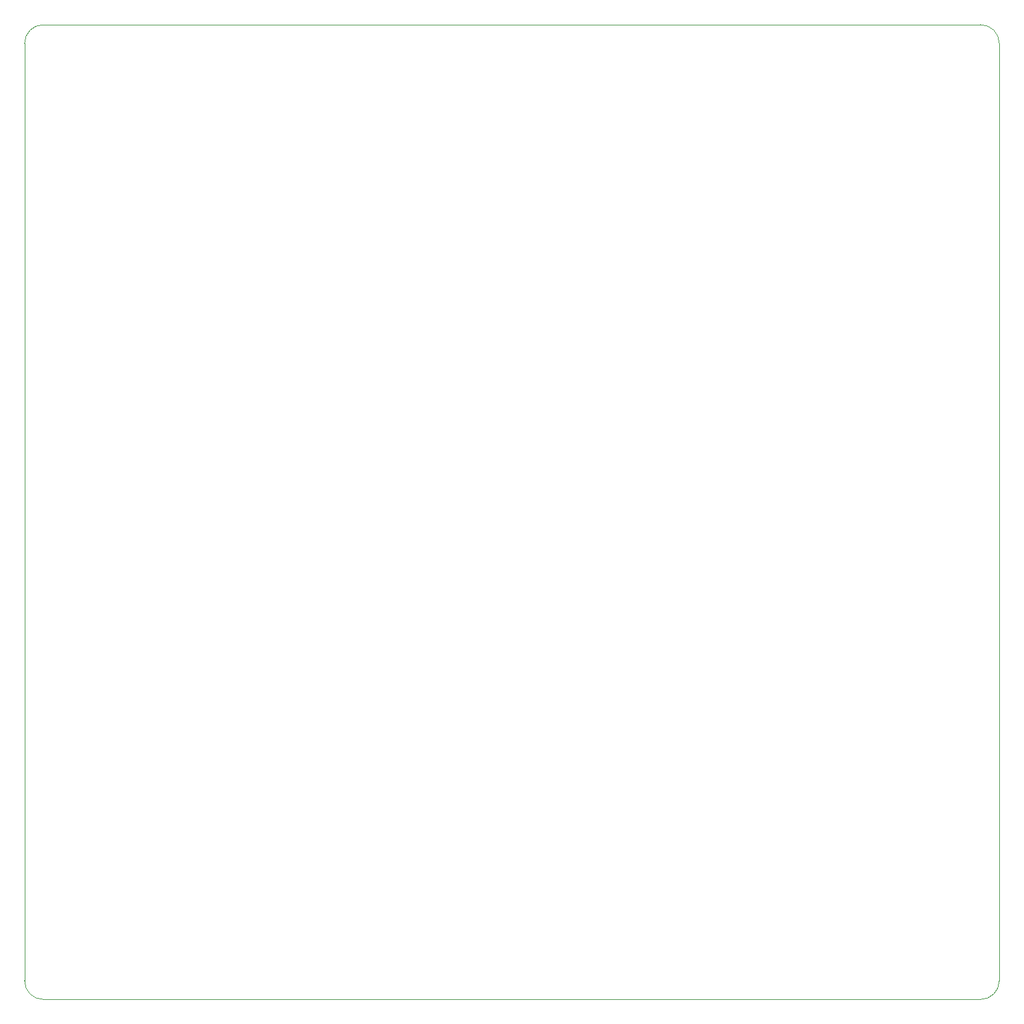
<source format=gm1>
G04 #@! TF.GenerationSoftware,KiCad,Pcbnew,9.0.0*
G04 #@! TF.CreationDate,2025-03-20T12:53:00+01:00*
G04 #@! TF.ProjectId,backlight,6261636b-6c69-4676-9874-2e6b69636164,rev?*
G04 #@! TF.SameCoordinates,Original*
G04 #@! TF.FileFunction,Profile,NP*
%FSLAX46Y46*%
G04 Gerber Fmt 4.6, Leading zero omitted, Abs format (unit mm)*
G04 Created by KiCad (PCBNEW 9.0.0) date 2025-03-20 12:53:00*
%MOMM*%
%LPD*%
G01*
G04 APERTURE LIST*
G04 #@! TA.AperFunction,Profile*
%ADD10C,0.050000*%
G04 #@! TD*
G04 APERTURE END LIST*
D10*
X53000000Y-21250000D02*
X178000000Y-21250000D01*
X178000000Y-151250000D02*
X53000000Y-151250000D01*
X53000000Y-151250000D02*
G75*
G02*
X50500000Y-148750000I0J2500000D01*
G01*
X178000000Y-21250000D02*
G75*
G02*
X180500000Y-23750000I0J-2500000D01*
G01*
X50500000Y-23750000D02*
G75*
G02*
X53000000Y-21250000I2500000J0D01*
G01*
X50500000Y-148750000D02*
X50500000Y-23750000D01*
X180500000Y-23750000D02*
X180500000Y-148750000D01*
X180500000Y-148750000D02*
G75*
G02*
X178000000Y-151250000I-2500000J0D01*
G01*
M02*

</source>
